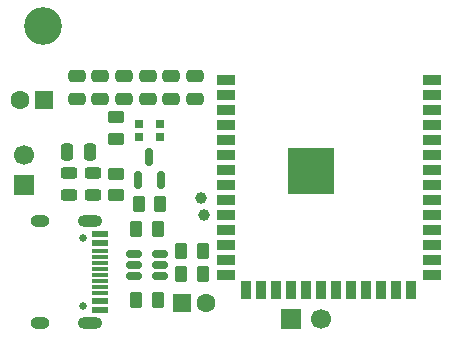
<source format=gts>
%TF.GenerationSoftware,KiCad,Pcbnew,9.0.2*%
%TF.CreationDate,2025-09-28T04:05:33+05:30*%
%TF.ProjectId,Sippy,53697070-792e-46b6-9963-61645f706362,rev?*%
%TF.SameCoordinates,PX4ef6d80PY35fa5c0*%
%TF.FileFunction,Soldermask,Top*%
%TF.FilePolarity,Negative*%
%FSLAX46Y46*%
G04 Gerber Fmt 4.6, Leading zero omitted, Abs format (unit mm)*
G04 Created by KiCad (PCBNEW 9.0.2) date 2025-09-28 04:05:33*
%MOMM*%
%LPD*%
G01*
G04 APERTURE LIST*
G04 Aperture macros list*
%AMRoundRect*
0 Rectangle with rounded corners*
0 $1 Rounding radius*
0 $2 $3 $4 $5 $6 $7 $8 $9 X,Y pos of 4 corners*
0 Add a 4 corners polygon primitive as box body*
4,1,4,$2,$3,$4,$5,$6,$7,$8,$9,$2,$3,0*
0 Add four circle primitives for the rounded corners*
1,1,$1+$1,$2,$3*
1,1,$1+$1,$4,$5*
1,1,$1+$1,$6,$7*
1,1,$1+$1,$8,$9*
0 Add four rect primitives between the rounded corners*
20,1,$1+$1,$2,$3,$4,$5,0*
20,1,$1+$1,$4,$5,$6,$7,0*
20,1,$1+$1,$6,$7,$8,$9,0*
20,1,$1+$1,$8,$9,$2,$3,0*%
G04 Aperture macros list end*
%ADD10RoundRect,0.250000X0.450000X-0.262500X0.450000X0.262500X-0.450000X0.262500X-0.450000X-0.262500X0*%
%ADD11R,0.700000X0.700000*%
%ADD12RoundRect,0.250000X-0.475000X0.250000X-0.475000X-0.250000X0.475000X-0.250000X0.475000X0.250000X0*%
%ADD13RoundRect,0.250000X-0.250000X-0.475000X0.250000X-0.475000X0.250000X0.475000X-0.250000X0.475000X0*%
%ADD14C,0.650000*%
%ADD15R,1.450000X0.600000*%
%ADD16R,1.450000X0.300000*%
%ADD17O,2.100000X1.000000*%
%ADD18O,1.600000X1.000000*%
%ADD19RoundRect,0.250000X-0.262500X-0.450000X0.262500X-0.450000X0.262500X0.450000X-0.262500X0.450000X0*%
%ADD20C,3.200000*%
%ADD21RoundRect,0.250000X0.262500X0.450000X-0.262500X0.450000X-0.262500X-0.450000X0.262500X-0.450000X0*%
%ADD22RoundRect,0.150000X0.150000X-0.587500X0.150000X0.587500X-0.150000X0.587500X-0.150000X-0.587500X0*%
%ADD23C,1.000000*%
%ADD24RoundRect,0.150000X-0.512500X-0.150000X0.512500X-0.150000X0.512500X0.150000X-0.512500X0.150000X0*%
%ADD25RoundRect,0.250000X0.550000X0.550000X-0.550000X0.550000X-0.550000X-0.550000X0.550000X-0.550000X0*%
%ADD26C,1.600000*%
%ADD27R,1.500000X0.900000*%
%ADD28R,0.900000X1.500000*%
%ADD29C,0.600000*%
%ADD30R,3.900000X3.900000*%
%ADD31R,1.700000X1.700000*%
%ADD32C,1.700000*%
%ADD33RoundRect,0.243750X0.456250X-0.243750X0.456250X0.243750X-0.456250X0.243750X-0.456250X-0.243750X0*%
%ADD34RoundRect,0.250000X-0.550000X-0.550000X0.550000X-0.550000X0.550000X0.550000X-0.550000X0.550000X0*%
G04 APERTURE END LIST*
D10*
%TO.C,R14*%
X-9200000Y-2912500D03*
X-9200000Y-1087500D03*
%TD*%
D11*
%TO.C,D1*%
X-5485000Y2012750D03*
X-5485000Y3112750D03*
X-7315000Y3112750D03*
X-7315000Y2012750D03*
%TD*%
D12*
%TO.C,C4*%
X-8540000Y7160000D03*
X-8540000Y5260000D03*
%TD*%
D13*
%TO.C,C10*%
X-13350000Y800000D03*
X-11450000Y800000D03*
%TD*%
D14*
%TO.C,J2*%
X-12000000Y-6510000D03*
X-12000000Y-12290000D03*
D15*
X-10555000Y-6150000D03*
X-10555000Y-6950000D03*
D16*
X-10555000Y-8150000D03*
X-10555000Y-9150000D03*
X-10555000Y-9650000D03*
X-10555000Y-10650000D03*
D15*
X-10555000Y-11850000D03*
X-10555000Y-12650000D03*
X-10555000Y-12650000D03*
X-10555000Y-11850000D03*
D16*
X-10555000Y-11150000D03*
X-10555000Y-10150000D03*
X-10555000Y-8650000D03*
X-10555000Y-7650000D03*
D15*
X-10555000Y-6950000D03*
X-10555000Y-6150000D03*
D17*
X-11470000Y-5080000D03*
D18*
X-15650000Y-5080000D03*
D17*
X-11470000Y-13720000D03*
D18*
X-15650000Y-13720000D03*
%TD*%
D19*
%TO.C,R9*%
X-7512500Y-11800000D03*
X-5687500Y-11800000D03*
%TD*%
D20*
%TO.C,H1*%
X-15400000Y11400000D03*
%TD*%
D19*
%TO.C,R8*%
X-7512500Y-5800000D03*
X-5687500Y-5800000D03*
%TD*%
D12*
%TO.C,C2*%
X-4540000Y7160000D03*
X-4540000Y5260000D03*
%TD*%
D21*
%TO.C,R4*%
X-1887500Y-9600000D03*
X-3712500Y-9600000D03*
%TD*%
%TO.C,R6*%
X-5487500Y-3637250D03*
X-7312500Y-3637250D03*
%TD*%
D12*
%TO.C,C1*%
X-2540000Y7160000D03*
X-2540000Y5260000D03*
%TD*%
%TO.C,C5*%
X-10540000Y7160000D03*
X-10540000Y5260000D03*
%TD*%
D22*
%TO.C,Q2*%
X-7350000Y-1574750D03*
X-5450000Y-1574750D03*
X-6400000Y300250D03*
%TD*%
D19*
%TO.C,R3*%
X-3712500Y-7600000D03*
X-1887500Y-7600000D03*
%TD*%
D12*
%TO.C,C3*%
X-6540000Y7160000D03*
X-6540000Y5260000D03*
%TD*%
D10*
%TO.C,R7*%
X-9200000Y1887500D03*
X-9200000Y3712500D03*
%TD*%
D12*
%TO.C,C6*%
X-12540000Y7160000D03*
X-12540000Y5260000D03*
%TD*%
D23*
%TO.C,TP18*%
X-2000000Y-3170961D03*
%TD*%
D24*
%TO.C,U3*%
X-7737500Y-7850000D03*
X-7737500Y-8800000D03*
X-7737500Y-9750000D03*
X-5462500Y-9750000D03*
X-5462500Y-8800000D03*
X-5462500Y-7850000D03*
%TD*%
D23*
%TO.C,TP5*%
X-1800000Y-4577535D03*
%TD*%
D25*
%TO.C,C7*%
X-15336495Y5121200D03*
D26*
X-17336495Y5121200D03*
%TD*%
D27*
%TO.C,U1*%
X50000Y6860000D03*
X50000Y5590000D03*
X50000Y4320000D03*
X50000Y3050000D03*
X50000Y1780000D03*
X50000Y510000D03*
X50000Y-760000D03*
X50000Y-2030000D03*
X50000Y-3300000D03*
X50000Y-4570000D03*
X50000Y-5840000D03*
X50000Y-7110000D03*
X50000Y-8380000D03*
X50000Y-9650000D03*
D28*
X1815000Y-10900000D03*
X3085000Y-10900000D03*
X4355000Y-10900000D03*
X5625000Y-10900000D03*
X6895000Y-10900000D03*
X8165000Y-10900000D03*
X9435000Y-10900000D03*
X10705000Y-10900000D03*
X11975000Y-10900000D03*
X13245000Y-10900000D03*
X14515000Y-10900000D03*
X15785000Y-10900000D03*
D27*
X17550000Y-9650000D03*
X17550000Y-8380000D03*
X17550000Y-7110000D03*
X17550000Y-5840000D03*
X17550000Y-4570000D03*
X17550000Y-3300000D03*
X17550000Y-2030000D03*
X17550000Y-760000D03*
X17550000Y510000D03*
X17550000Y1780000D03*
X17550000Y3050000D03*
X17550000Y4320000D03*
X17550000Y5590000D03*
X17550000Y6860000D03*
D29*
X5900000Y-160000D03*
X5900000Y-1560000D03*
X6600000Y540000D03*
X6600000Y-860000D03*
X6600000Y-2260000D03*
X7300000Y-160000D03*
D30*
X7300000Y-860000D03*
D29*
X7300000Y-1560000D03*
X8000000Y540000D03*
X8000000Y-860000D03*
X8000000Y-2260000D03*
X8700000Y-160000D03*
X8700000Y-1560000D03*
%TD*%
D31*
%TO.C,J1*%
X5550000Y-13373900D03*
D32*
X8090000Y-13373900D03*
%TD*%
D33*
%TO.C,D3*%
X-11200000Y-2877500D03*
X-11200000Y-1002500D03*
%TD*%
%TO.C,D2*%
X-13200000Y-2877500D03*
X-13200000Y-1002500D03*
%TD*%
D31*
%TO.C,J3*%
X-16985000Y-2000000D03*
D32*
X-16985000Y540000D03*
%TD*%
D34*
%TO.C,C16*%
X-3600000Y-12000000D03*
D26*
X-1600000Y-12000000D03*
%TD*%
M02*

</source>
